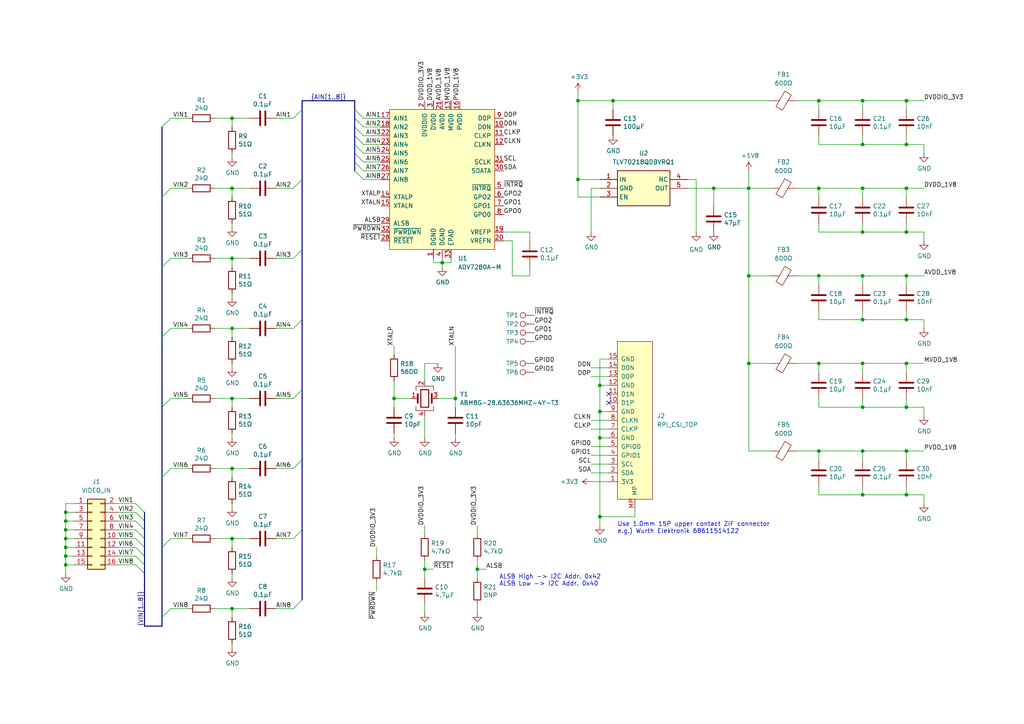
<source format=kicad_sch>
(kicad_sch (version 20250114) (generator "eeschema") (generator_version "9.0")
  (paper "A4")
  (lib_symbols
    (symbol "ADV7280A-M:ADV7280A-M" (pin_names (offset 1.016))
      (property "Reference" "U" (at -13.97 -21.59 0))
      (property "Value" "ADV7280A-M" (at 11.43 -21.59 0))
      (symbol "ADV7280A-M_1_1"
        (pin passive line (at -17.78 17.78 0) (length 2.54) (name "AIN1") (number "17"))
        (pin passive line (at -17.78 15.24 0) (length 2.54) (name "AIN2") (number "18"))
        (pin passive line (at -17.78 12.7 0) (length 2.54) (name "AIN3") (number "22"))
        (pin passive line (at -17.78 10.16 0) (length 2.54) (name "AIN4") (number "23"))
        (pin passive line (at -17.78 7.62 0) (length 2.54) (name "AIN5") (number "24"))
        (pin passive line (at -17.78 5.08 0) (length 2.54) (name "AIN6") (number "25"))
        (pin passive line (at -17.78 2.54 0) (length 2.54) (name "AIN7") (number "26"))
        (pin passive line (at -17.78 0 0) (length 2.54) (name "AIN8") (number "27"))
        (pin passive line (at -17.78 -5.08 0) (length 2.54) (name "XTALP") (number "14"))
        (pin passive line (at -17.78 -7.62 0) (length 2.54) (name "XTALN") (number "15"))
        (pin passive line (at -17.78 -12.7 0) (length 2.54) (name "ALSB") (number "29"))
        (pin passive line (at -17.78 -15.24 0) (length 2.54) (name "~{PWRDWN}") (number "32"))
        (pin passive line (at -17.78 -17.78 0) (length 2.54) (name "~{RESET}") (number "28"))
        (pin passive line (at -5.08 22.86 270) (length 2.54) (name "DVDDIO") (number "2"))
        (pin passive line (at -2.54 22.86 270) (length 2.54) (name "DVDD") (number "3"))
        (pin passive line (at -2.54 -22.86 90) (length 2.54) (name "DGND") (number "1"))
        (pin passive line (at 0 22.86 270) (length 2.54) (name "AVDD") (number "21"))
        (pin passive line (at 0 -22.86 90) (length 2.54) (name "DGND") (number "4"))
        (pin passive line (at 2.54 22.86 270) (length 2.54) (name "MVDD") (number "13"))
        (pin passive line (at 2.54 -22.86 90) (length 2.54) (name "EPAD") (number "33"))
        (pin passive line (at 5.08 22.86 270) (length 2.54) (name "PVDD") (number "16"))
        (pin passive line (at 17.78 17.78 180) (length 2.54) (name "D0P") (number "9"))
        (pin passive line (at 17.78 15.24 180) (length 2.54) (name "D0N") (number "10"))
        (pin passive line (at 17.78 12.7 180) (length 2.54) (name "CLKP") (number "11"))
        (pin passive line (at 17.78 10.16 180) (length 2.54) (name "CLKN") (number "12"))
        (pin passive line (at 17.78 5.08 180) (length 2.54) (name "SCLK") (number "31"))
        (pin passive line (at 17.78 2.54 180) (length 2.54) (name "SDATA") (number "30"))
        (pin passive line (at 17.78 -2.54 180) (length 2.54) (name "~{INTRQ}") (number "5"))
        (pin passive line (at 17.78 -5.08 180) (length 2.54) (name "GPO2") (number "6"))
        (pin passive line (at 17.78 -7.62 180) (length 2.54) (name "GPO1") (number "7"))
        (pin passive line (at 17.78 -10.16 180) (length 2.54) (name "GPO0") (number "8"))
        (pin passive line (at 17.78 -15.24 180) (length 2.54) (name "VREFP") (number "19"))
        (pin passive line (at 17.78 -17.78 180) (length 2.54) (name "VREFN") (number "20"))
      )
    )
    (symbol "Connector:TestPoint" (pin_numbers (hide yes)) (pin_names (offset 0.762) (hide yes))
      (property "Reference" "TP" (at 0 6.858 0))
      (property "Value" "TestPoint" (at 0 5.08 0))
      (symbol "TestPoint_1_1"
        (pin passive line (at 0 0 90) (length 2.54) (name "1") (number "1"))
      )
    )
    (symbol "Connector_Generic:Conn_02x08_Odd_Even" (pin_names (offset 1.016) (hide yes))
      (property "Reference" "J" (at 1.27 10.16 0))
      (property "Value" "Conn_02x08_Odd_Even" (at 1.27 -12.7 0))
      (symbol "Conn_02x08_Odd_Even_1_1"
        (pin passive line (at -5.08 7.62 0) (length 3.81) (name "Pin_1") (number "1"))
        (pin passive line (at -5.08 5.08 0) (length 3.81) (name "Pin_3") (number "3"))
        (pin passive line (at -5.08 2.54 0) (length 3.81) (name "Pin_5") (number "5"))
        (pin passive line (at -5.08 0 0) (length 3.81) (name "Pin_7") (number "7"))
        (pin passive line (at -5.08 -2.54 0) (length 3.81) (name "Pin_9") (number "9"))
        (pin passive line (at -5.08 -5.08 0) (length 3.81) (name "Pin_11") (number "11"))
        (pin passive line (at -5.08 -7.62 0) (length 3.81) (name "Pin_13") (number "13"))
        (pin passive line (at -5.08 -10.16 0) (length 3.81) (name "Pin_15") (number "15"))
        (pin passive line (at 7.62 7.62 180) (length 3.81) (name "Pin_2") (number "2"))
        (pin passive line (at 7.62 5.08 180) (length 3.81) (name "Pin_4") (number "4"))
        (pin passive line (at 7.62 2.54 180) (length 3.81) (name "Pin_6") (number "6"))
        (pin passive line (at 7.62 0 180) (length 3.81) (name "Pin_8") (number "8"))
        (pin passive line (at 7.62 -2.54 180) (length 3.81) (name "Pin_10") (number "10"))
        (pin passive line (at 7.62 -5.08 180) (length 3.81) (name "Pin_12") (number "12"))
        (pin passive line (at 7.62 -7.62 180) (length 3.81) (name "Pin_14") (number "14"))
        (pin passive line (at 7.62 -10.16 180) (length 3.81) (name "Pin_16") (number "16"))
      )
    )
    (symbol "Device:C" (pin_numbers (hide yes)) (pin_names (offset 0.254))
      (property "Reference" "C" (at 0.635 2.54 0))
      (property "Value" "C" (at 0.635 -2.54 0))
      (symbol "C_1_1"
        (pin passive line (at 0 3.81 270) (length 2.794) (name "~") (number "1"))
        (pin passive line (at 0 -3.81 90) (length 2.794) (name "~") (number "2"))
      )
    )
    (symbol "Device:Crystal_GND24" (pin_names (offset 1.016) (hide yes))
      (property "Reference" "Y" (at 3.175 5.08 0))
      (property "Value" "Crystal_GND24" (at 3.175 3.175 0))
      (symbol "Crystal_GND24_1_1"
        (pin passive line (at -3.81 0 0) (length 1.27) (name "1") (number "1"))
        (pin passive line (at 0 5.08 270) (length 1.27) (name "2") (number "2"))
        (pin passive line (at 0 -5.08 90) (length 1.27) (name "4") (number "4"))
        (pin passive line (at 3.81 0 180) (length 1.27) (name "3") (number "3"))
      )
    )
    (symbol "Device:FerriteBead" (pin_numbers (hide yes)) (pin_names (offset 0))
      (property "Reference" "FB" (at -3.81 0.635 90))
      (property "Value" "FerriteBead" (at 3.81 0 90))
      (symbol "FerriteBead_1_1"
        (pin passive line (at 0 3.81 270) (length 2.54) (name "~") (number "1"))
        (pin passive line (at 0 -3.81 90) (length 2.54) (name "~") (number "2"))
      )
    )
    (symbol "Device:R" (pin_numbers (hide yes)) (pin_names (offset 0))
      (property "Reference" "R" (at 2.032 0 90))
      (property "Value" "R" (at 0 0 90))
      (symbol "R_1_1"
        (pin passive line (at 0 3.81 270) (length 1.27) (name "~") (number "1"))
        (pin passive line (at 0 -3.81 90) (length 1.27) (name "~") (number "2"))
      )
    )
    (symbol "GND_1" (power) (pin_numbers (hide yes)) (pin_names (offset 0) (hide yes))
      (property "Value" "GND" (at 0 -3.81 0))
      (symbol "GND_1_1_1"
        (pin power_in line (at 0 0 270) (length 0) (name "~") (number "1"))
      )
    )
    (symbol "RPI_CSI_CONN:RPI_CSI_TOP" (pin_names (offset 1.016))
      (property "Reference" "J" (at -6.35 26.67 0))
      (property "Value" "RPI_CSI_TOP" (at 0 24.13 0))
      (symbol "RPI_CSI_TOP_1_1"
        (pin passive line (at -7.62 17.78 0) (length 2.54) (name "GND") (number "15"))
        (pin passive line (at -7.62 15.24 0) (length 2.54) (name "D0N") (number "14"))
        (pin passive line (at -7.62 12.7 0) (length 2.54) (name "D0P") (number "13"))
        (pin passive line (at -7.62 10.16 0) (length 2.54) (name "GND") (number "12"))
        (pin passive line (at -7.62 7.62 0) (length 2.54) (name "D1N") (number "11"))
        (pin passive line (at -7.62 5.08 0) (length 2.54) (name "D1P") (number "10"))
        (pin passive line (at -7.62 2.54 0) (length 2.54) (name "GND") (number "9"))
        (pin passive line (at -7.62 0 0) (length 2.54) (name "CLKN") (number "8"))
        (pin passive line (at -7.62 -2.54 0) (length 2.54) (name "CLKP") (number "7"))
        (pin passive line (at -7.62 -5.08 0) (length 2.54) (name "GND") (number "6"))
        (pin passive line (at -7.62 -7.62 0) (length 2.54) (name "GPIO0") (number "5"))
        (pin passive line (at -7.62 -10.16 0) (length 2.54) (name "GPIO1") (number "4"))
        (pin passive line (at -7.62 -12.7 0) (length 2.54) (name "SCL") (number "3"))
        (pin passive line (at -7.62 -15.24 0) (length 2.54) (name "SDA") (number "2"))
        (pin passive line (at -7.62 -17.78 0) (length 2.54) (name "3V3") (number "1"))
        (pin passive line (at 0 -25.4 90) (length 2.54) (name "MP") (number "MP"))
      )
    )
    (symbol "TLV70218QDBVRQ1:TLV70218QDBVRQ1"
      (property "Reference" "U" (at 21.59 7.62 0))
      (property "Value" "TLV70218QDBVRQ1" (at 21.59 5.08 0))
      (symbol "TLV70218QDBVRQ1_1_1"
        (pin passive line (at 0 0 0) (length 5.08) (name "IN") (number "1"))
        (pin passive line (at 0 -2.54 0) (length 5.08) (name "GND") (number "2"))
        (pin passive line (at 0 -5.08 0) (length 5.08) (name "EN") (number "3"))
        (pin passive line (at 25.4 0 180) (length 5.08) (name "NC") (number "4"))
        (pin passive line (at 25.4 -2.54 180) (length 5.08) (name "OUT") (number "5"))
      )
    )
    (symbol "power:+1V8" (power) (pin_names (offset 0))
      (property "Value" "+1V8" (at 0 3.556 0))
      (symbol "+1V8_1_1"
        (pin power_in line (at 0 0 90) (length 0) (hide yes) (name "+1V8") (number "1"))
      )
    )
    (symbol "power:+3V3" (power) (pin_names (offset 0))
      (property "Value" "+3V3" (at 0 3.556 0))
      (symbol "+3V3_1_1"
        (pin power_in line (at 0 0 90) (length 0) (hide yes) (name "+3V3") (number "1"))
      )
    )
    (symbol "power:GND" (power) (pin_names (offset 0))
      (property "Value" "GND" (at 0 -3.81 0))
      (symbol "GND_1_1"
        (pin power_in line (at 0 0 270) (length 0) (hide yes) (name "GND") (number "1"))
      )
    )
    (symbol "power:PWR_FLAG" (power) (pin_numbers (hide yes)) (pin_names (offset 0) (hide yes))
      (property "Value" "PWR_FLAG" (at 0 3.81 0))
      (symbol "PWR_FLAG_0_0"
        (pin power_out line (at 0 0 90) (length 0) (name "pwr") (number "1"))
      )
    )
  )
  (text "Use 1.0mm 15P upper contact ZIF connector\ne.g.) Wurth Elektronik 68611514122" (at 179.07 154.94 0) (effects (font (size 1.27 1.27)) (justify left bottom)))
  (text "ALSB High -> I2C Addr. 0x42\nALSB Low -> I2C Addr. 0x40" (at 144.78 170.18 0) (effects (font (size 1.27 1.27)) (justify left bottom)))
  (junction (at 262.89 118.11))
  (junction (at 167.64 52.07))
  (junction (at 250.19 92.71))
  (junction (at 67.31 54.61))
  (junction (at 262.89 41.91))
  (junction (at 67.31 115.57))
  (junction (at 250.19 80.01))
  (junction (at 262.89 105.41))
  (junction (at 262.89 67.31))
  (junction (at 217.17 105.41))
  (junction (at 173.99 119.38))
  (junction (at 237.49 29.21))
  (junction (at 132.08 115.57))
  (junction (at 237.49 80.01))
  (junction (at 250.19 54.61))
  (junction (at 250.19 67.31))
  (junction (at 19.05 148.59))
  (junction (at 250.19 118.11))
  (junction (at 19.05 156.21))
  (junction (at 114.3 115.57))
  (junction (at 250.19 105.41))
  (junction (at 262.89 29.21))
  (junction (at 67.31 34.29))
  (junction (at 250.19 41.91))
  (junction (at 177.8 29.21))
  (junction (at 262.89 143.51))
  (junction (at 217.17 54.61))
  (junction (at 250.19 143.51))
  (junction (at 173.99 111.76))
  (junction (at 262.89 92.71))
  (junction (at 67.31 176.53))
  (junction (at 237.49 130.81))
  (junction (at 207.01 54.61))
  (junction (at 19.05 153.67))
  (junction (at 19.05 161.29))
  (junction (at 19.05 151.13))
  (junction (at 67.31 74.93))
  (junction (at 250.19 29.21))
  (junction (at 19.05 158.75))
  (junction (at 19.05 163.83))
  (junction (at 173.99 127))
  (junction (at 67.31 135.89))
  (junction (at 217.17 80.01))
  (junction (at 173.99 149.86))
  (junction (at 250.19 130.81))
  (junction (at 237.49 54.61))
  (junction (at 262.89 80.01))
  (junction (at 262.89 130.81))
  (junction (at 237.49 105.41))
  (junction (at 128.27 76.2))
  (junction (at 262.89 54.61))
  (junction (at 123.19 165.1))
  (junction (at 167.64 29.21))
  (junction (at 67.31 95.25))
  (junction (at 67.31 156.21))
  (junction (at 138.43 165.1))
  (no_connect (at 176.53 114.3))
  (no_connect (at 176.53 116.84))
  (bus_entry (at 85.09 135.89) (size 2.54 -2.54))
  (bus_entry (at 85.09 156.21) (size 2.54 -2.54))
  (bus_entry (at 85.09 74.93) (size 2.54 -2.54))
  (bus_entry (at 49.53 74.93) (size -2.54 2.54))
  (bus_entry (at 85.09 176.53) (size 2.54 -2.54))
  (bus_entry (at 49.53 95.25) (size -2.54 2.54))
  (bus_entry (at 49.53 176.53) (size -2.54 2.54))
  (bus_entry (at 85.09 115.57) (size 2.54 -2.54))
  (bus_entry (at 49.53 115.57) (size -2.54 2.54))
  (bus_entry (at 85.09 95.25) (size 2.54 -2.54))
  (bus_entry (at 49.53 135.89) (size -2.54 2.54))
  (bus_entry (at 39.37 163.83) (size 2.54 2.54))
  (bus_entry (at 39.37 158.75) (size 2.54 2.54))
  (bus_entry (at 39.37 161.29) (size 2.54 2.54))
  (bus_entry (at 39.37 156.21) (size 2.54 2.54))
  (bus_entry (at 39.37 153.67) (size 2.54 2.54))
  (bus_entry (at 39.37 148.59) (size 2.54 2.54))
  (bus_entry (at 39.37 151.13) (size 2.54 2.54))
  (bus_entry (at 39.37 146.05) (size 2.54 2.54))
  (bus_entry (at 85.09 54.61) (size 2.54 -2.54))
  (bus_entry (at 49.53 54.61) (size -2.54 2.54))
  (bus_entry (at 49.53 34.29) (size -2.54 2.54))
  (bus_entry (at 85.09 34.29) (size 2.54 -2.54))
  (bus_entry (at 49.53 156.21) (size -2.54 2.54))
  (bus_entry (at 102.87 39.37) (size 2.54 2.54))
  (bus_entry (at 102.87 36.83) (size 2.54 2.54))
  (bus_entry (at 102.87 34.29) (size 2.54 2.54))
  (bus_entry (at 102.87 31.75) (size 2.54 2.54))
  (bus_entry (at 102.87 46.99) (size 2.54 2.54))
  (bus_entry (at 102.87 41.91) (size 2.54 2.54))
  (bus_entry (at 102.87 44.45) (size 2.54 2.54))
  (bus_entry (at 102.87 49.53) (size 2.54 2.54))
  (wire (pts (xy 123.19 165.1) (xy 125.73 165.1)))
  (bus (pts (xy 87.63 29.21) (xy 87.63 31.75)))
  (wire (pts (xy 237.49 39.37) (xy 237.49 41.91)))
  (wire (pts (xy 21.59 146.05) (xy 19.05 146.05)))
  (wire (pts (xy 167.64 26.67) (xy 167.64 29.21)))
  (wire (pts (xy 250.19 130.81) (xy 250.19 133.35)))
  (wire (pts (xy 250.19 67.31) (xy 262.89 67.31)))
  (wire (pts (xy 267.97 54.61) (xy 262.89 54.61)))
  (wire (pts (xy 250.19 39.37) (xy 250.19 41.91)))
  (wire (pts (xy 105.41 34.29) (xy 110.49 34.29)))
  (wire (pts (xy 19.05 146.05) (xy 19.05 148.59)))
  (wire (pts (xy 177.8 29.21) (xy 223.52 29.21)))
  (wire (pts (xy 114.3 125.73) (xy 114.3 127)))
  (wire (pts (xy 217.17 49.53) (xy 217.17 54.61)))
  (wire (pts (xy 67.31 54.61) (xy 72.39 54.61)))
  (wire (pts (xy 262.89 54.61) (xy 262.89 57.15)))
  (wire (pts (xy 217.17 80.01) (xy 223.52 80.01)))
  (wire (pts (xy 231.14 80.01) (xy 237.49 80.01)))
  (wire (pts (xy 62.23 74.93) (xy 67.31 74.93)))
  (wire (pts (xy 262.89 92.71) (xy 267.97 92.71)))
  (wire (pts (xy 105.41 52.07) (xy 110.49 52.07)))
  (wire (pts (xy 176.53 127) (xy 173.99 127)))
  (wire (pts (xy 262.89 29.21) (xy 262.89 31.75)))
  (wire (pts (xy 67.31 85.09) (xy 67.31 86.36)))
  (wire (pts (xy 250.19 54.61) (xy 250.19 57.15)))
  (wire (pts (xy 123.19 105.41) (xy 123.19 110.49)))
  (wire (pts (xy 171.45 121.92) (xy 176.53 121.92)))
  (wire (pts (xy 19.05 161.29) (xy 19.05 163.83)))
  (wire (pts (xy 262.89 105.41) (xy 262.89 107.95)))
  (wire (pts (xy 67.31 44.45) (xy 67.31 45.72)))
  (wire (pts (xy 34.29 151.13) (xy 39.37 151.13)))
  (wire (pts (xy 262.89 41.91) (xy 267.97 41.91)))
  (wire (pts (xy 67.31 34.29) (xy 72.39 34.29)))
  (wire (pts (xy 80.01 74.93) (xy 85.09 74.93)))
  (wire (pts (xy 67.31 135.89) (xy 72.39 135.89)))
  (wire (pts (xy 67.31 176.53) (xy 72.39 176.53)))
  (wire (pts (xy 138.43 162.56) (xy 138.43 165.1)))
  (bus (pts (xy 87.63 92.71) (xy 87.63 113.03)))
  (bus (pts (xy 41.91 161.29) (xy 41.91 163.83)))
  (wire (pts (xy 217.17 54.61) (xy 223.52 54.61)))
  (wire (pts (xy 167.64 52.07) (xy 173.99 52.07)))
  (wire (pts (xy 173.99 57.15) (xy 167.64 57.15)))
  (bus (pts (xy 41.91 166.37) (xy 41.91 181.61)))
  (wire (pts (xy 138.43 152.4) (xy 138.43 154.94)))
  (wire (pts (xy 237.49 90.17) (xy 237.49 92.71)))
  (wire (pts (xy 123.19 162.56) (xy 123.19 165.1)))
  (wire (pts (xy 217.17 80.01) (xy 217.17 105.41)))
  (wire (pts (xy 250.19 130.81) (xy 237.49 130.81)))
  (bus (pts (xy 41.91 156.21) (xy 41.91 158.75)))
  (wire (pts (xy 237.49 67.31) (xy 250.19 67.31)))
  (wire (pts (xy 267.97 130.81) (xy 262.89 130.81)))
  (wire (pts (xy 67.31 64.77) (xy 67.31 66.04)))
  (wire (pts (xy 237.49 115.57) (xy 237.49 118.11)))
  (wire (pts (xy 171.45 129.54) (xy 176.53 129.54)))
  (wire (pts (xy 105.41 39.37) (xy 110.49 39.37)))
  (wire (pts (xy 67.31 156.21) (xy 72.39 156.21)))
  (wire (pts (xy 80.01 54.61) (xy 85.09 54.61)))
  (wire (pts (xy 123.19 120.65) (xy 123.19 127)))
  (wire (pts (xy 132.08 115.57) (xy 132.08 118.11)))
  (bus (pts (xy 102.87 44.45) (xy 102.87 41.91)))
  (wire (pts (xy 19.05 148.59) (xy 19.05 151.13)))
  (wire (pts (xy 171.45 54.61) (xy 173.99 54.61)))
  (wire (pts (xy 123.19 175.26) (xy 123.19 177.8)))
  (wire (pts (xy 237.49 118.11) (xy 250.19 118.11)))
  (wire (pts (xy 67.31 158.75) (xy 67.31 156.21)))
  (wire (pts (xy 146.05 69.85) (xy 148.59 69.85)))
  (bus (pts (xy 87.63 72.39) (xy 87.63 92.71)))
  (wire (pts (xy 237.49 105.41) (xy 237.49 107.95)))
  (wire (pts (xy 267.97 105.41) (xy 262.89 105.41)))
  (wire (pts (xy 173.99 149.86) (xy 173.99 152.4)))
  (wire (pts (xy 262.89 118.11) (xy 267.97 118.11)))
  (wire (pts (xy 250.19 143.51) (xy 262.89 143.51)))
  (bus (pts (xy 102.87 39.37) (xy 102.87 36.83)))
  (wire (pts (xy 62.23 34.29) (xy 67.31 34.29)))
  (wire (pts (xy 184.15 149.86) (xy 184.15 147.32)))
  (wire (pts (xy 237.49 64.77) (xy 237.49 67.31)))
  (wire (pts (xy 114.3 115.57) (xy 114.3 118.11)))
  (wire (pts (xy 105.41 41.91) (xy 110.49 41.91)))
  (wire (pts (xy 109.22 171.45) (xy 109.22 168.91)))
  (wire (pts (xy 207.01 54.61) (xy 207.01 59.69)))
  (wire (pts (xy 167.64 29.21) (xy 177.8 29.21)))
  (wire (pts (xy 105.41 36.83) (xy 110.49 36.83)))
  (wire (pts (xy 262.89 67.31) (xy 267.97 67.31)))
  (wire (pts (xy 262.89 130.81) (xy 250.19 130.81)))
  (wire (pts (xy 148.59 80.01) (xy 153.67 80.01)))
  (wire (pts (xy 262.89 143.51) (xy 267.97 143.51)))
  (wire (pts (xy 80.01 34.29) (xy 85.09 34.29)))
  (wire (pts (xy 67.31 57.15) (xy 67.31 54.61)))
  (wire (pts (xy 171.45 132.08) (xy 176.53 132.08)))
  (wire (pts (xy 132.08 125.73) (xy 132.08 127)))
  (wire (pts (xy 262.89 140.97) (xy 262.89 143.51)))
  (wire (pts (xy 125.73 74.93) (xy 125.73 76.2)))
  (wire (pts (xy 267.97 143.51) (xy 267.97 146.05)))
  (wire (pts (xy 217.17 105.41) (xy 217.17 130.81)))
  (wire (pts (xy 250.19 115.57) (xy 250.19 118.11)))
  (wire (pts (xy 262.89 39.37) (xy 262.89 41.91)))
  (wire (pts (xy 171.45 106.68) (xy 176.53 106.68)))
  (wire (pts (xy 67.31 77.47) (xy 67.31 74.93)))
  (wire (pts (xy 173.99 127) (xy 173.99 149.86)))
  (wire (pts (xy 262.89 115.57) (xy 262.89 118.11)))
  (wire (pts (xy 49.53 156.21) (xy 54.61 156.21)))
  (wire (pts (xy 34.29 148.59) (xy 39.37 148.59)))
  (wire (pts (xy 67.31 36.83) (xy 67.31 34.29)))
  (wire (pts (xy 19.05 153.67) (xy 19.05 156.21)))
  (wire (pts (xy 49.53 74.93) (xy 54.61 74.93)))
  (wire (pts (xy 267.97 118.11) (xy 267.97 120.65)))
  (wire (pts (xy 171.45 54.61) (xy 171.45 67.31)))
  (wire (pts (xy 62.23 176.53) (xy 67.31 176.53)))
  (wire (pts (xy 67.31 146.05) (xy 67.31 147.32)))
  (bus (pts (xy 87.63 31.75) (xy 87.63 52.07)))
  (wire (pts (xy 138.43 165.1) (xy 138.43 167.64)))
  (bus (pts (xy 102.87 41.91) (xy 102.87 39.37)))
  (wire (pts (xy 250.19 90.17) (xy 250.19 92.71)))
  (wire (pts (xy 67.31 74.93) (xy 72.39 74.93)))
  (wire (pts (xy 176.53 119.38) (xy 173.99 119.38)))
  (wire (pts (xy 67.31 115.57) (xy 72.39 115.57)))
  (wire (pts (xy 176.53 104.14) (xy 173.99 104.14)))
  (wire (pts (xy 49.53 176.53) (xy 54.61 176.53)))
  (wire (pts (xy 173.99 111.76) (xy 173.99 119.38)))
  (wire (pts (xy 62.23 135.89) (xy 67.31 135.89)))
  (bus (pts (xy 41.91 153.67) (xy 41.91 156.21)))
  (wire (pts (xy 49.53 135.89) (xy 54.61 135.89)))
  (wire (pts (xy 127 105.41) (xy 123.19 105.41)))
  (wire (pts (xy 80.01 156.21) (xy 85.09 156.21)))
  (wire (pts (xy 250.19 29.21) (xy 237.49 29.21)))
  (wire (pts (xy 237.49 80.01) (xy 237.49 82.55)))
  (wire (pts (xy 49.53 54.61) (xy 54.61 54.61)))
  (wire (pts (xy 167.64 57.15) (xy 167.64 52.07)))
  (bus (pts (xy 46.99 158.75) (xy 46.99 179.07)))
  (wire (pts (xy 207.01 54.61) (xy 217.17 54.61)))
  (wire (pts (xy 34.29 146.05) (xy 39.37 146.05)))
  (wire (pts (xy 231.14 130.81) (xy 237.49 130.81)))
  (wire (pts (xy 80.01 115.57) (xy 85.09 115.57)))
  (wire (pts (xy 62.23 156.21) (xy 67.31 156.21)))
  (wire (pts (xy 21.59 161.29) (xy 19.05 161.29)))
  (wire (pts (xy 262.89 64.77) (xy 262.89 67.31)))
  (wire (pts (xy 67.31 179.07) (xy 67.31 176.53)))
  (bus (pts (xy 102.87 49.53) (xy 102.87 46.99)))
  (wire (pts (xy 250.19 29.21) (xy 250.19 31.75)))
  (wire (pts (xy 250.19 92.71) (xy 262.89 92.71)))
  (bus (pts (xy 87.63 52.07) (xy 87.63 72.39)))
  (wire (pts (xy 199.39 52.07) (xy 201.93 52.07)))
  (wire (pts (xy 171.45 137.16) (xy 176.53 137.16)))
  (wire (pts (xy 237.49 92.71) (xy 250.19 92.71)))
  (wire (pts (xy 19.05 158.75) (xy 19.05 161.29)))
  (wire (pts (xy 262.89 105.41) (xy 250.19 105.41)))
  (wire (pts (xy 62.23 54.61) (xy 67.31 54.61)))
  (wire (pts (xy 262.89 80.01) (xy 250.19 80.01)))
  (wire (pts (xy 237.49 143.51) (xy 250.19 143.51)))
  (wire (pts (xy 199.39 54.61) (xy 207.01 54.61)))
  (wire (pts (xy 250.19 140.97) (xy 250.19 143.51)))
  (wire (pts (xy 67.31 125.73) (xy 67.31 127)))
  (wire (pts (xy 128.27 76.2) (xy 128.27 77.47)))
  (wire (pts (xy 176.53 111.76) (xy 173.99 111.76)))
  (wire (pts (xy 123.19 165.1) (xy 123.19 167.64)))
  (wire (pts (xy 237.49 54.61) (xy 237.49 57.15)))
  (wire (pts (xy 21.59 156.21) (xy 19.05 156.21)))
  (wire (pts (xy 184.15 149.86) (xy 173.99 149.86)))
  (bus (pts (xy 46.99 36.83) (xy 46.99 57.15)))
  (wire (pts (xy 132.08 100.33) (xy 132.08 115.57)))
  (wire (pts (xy 67.31 95.25) (xy 72.39 95.25)))
  (wire (pts (xy 267.97 67.31) (xy 267.97 69.85)))
  (bus (pts (xy 46.99 179.07) (xy 46.99 181.61)))
  (wire (pts (xy 262.89 90.17) (xy 262.89 92.71)))
  (wire (pts (xy 267.97 80.01) (xy 262.89 80.01)))
  (wire (pts (xy 153.67 69.85) (xy 153.67 67.31)))
  (wire (pts (xy 167.64 52.07) (xy 167.64 29.21)))
  (wire (pts (xy 176.53 139.7) (xy 171.45 139.7)))
  (wire (pts (xy 49.53 95.25) (xy 54.61 95.25)))
  (bus (pts (xy 46.99 77.47) (xy 46.99 97.79)))
  (wire (pts (xy 262.89 29.21) (xy 250.19 29.21)))
  (bus (pts (xy 41.91 163.83) (xy 41.91 166.37)))
  (wire (pts (xy 237.49 41.91) (xy 250.19 41.91)))
  (wire (pts (xy 49.53 34.29) (xy 54.61 34.29)))
  (wire (pts (xy 34.29 163.83) (xy 39.37 163.83)))
  (wire (pts (xy 138.43 165.1) (xy 140.97 165.1)))
  (wire (pts (xy 128.27 76.2) (xy 130.81 76.2)))
  (wire (pts (xy 237.49 130.81) (xy 237.49 133.35)))
  (wire (pts (xy 173.99 119.38) (xy 173.99 127)))
  (wire (pts (xy 80.01 135.89) (xy 85.09 135.89)))
  (bus (pts (xy 102.87 29.21) (xy 102.87 31.75)))
  (wire (pts (xy 231.14 54.61) (xy 237.49 54.61)))
  (wire (pts (xy 217.17 130.81) (xy 223.52 130.81)))
  (wire (pts (xy 148.59 69.85) (xy 148.59 80.01)))
  (wire (pts (xy 262.89 54.61) (xy 250.19 54.61)))
  (bus (pts (xy 46.99 138.43) (xy 46.99 158.75)))
  (wire (pts (xy 250.19 41.91) (xy 262.89 41.91)))
  (bus (pts (xy 46.99 118.11) (xy 46.99 138.43)))
  (wire (pts (xy 67.31 105.41) (xy 67.31 106.68)))
  (bus (pts (xy 102.87 36.83) (xy 102.87 34.29)))
  (wire (pts (xy 171.45 134.62) (xy 176.53 134.62)))
  (wire (pts (xy 237.49 140.97) (xy 237.49 143.51)))
  (wire (pts (xy 173.99 104.14) (xy 173.99 111.76)))
  (wire (pts (xy 67.31 166.37) (xy 67.31 167.64)))
  (wire (pts (xy 177.8 29.21) (xy 177.8 31.75)))
  (wire (pts (xy 67.31 138.43) (xy 67.31 135.89)))
  (wire (pts (xy 114.3 100.33) (xy 114.3 102.87)))
  (wire (pts (xy 250.19 54.61) (xy 237.49 54.61)))
  (bus (pts (xy 102.87 34.29) (xy 102.87 31.75)))
  (wire (pts (xy 138.43 175.26) (xy 138.43 177.8)))
  (wire (pts (xy 19.05 163.83) (xy 19.05 166.37)))
  (wire (pts (xy 217.17 105.41) (xy 223.52 105.41)))
  (bus (pts (xy 41.91 181.61) (xy 46.99 181.61)))
  (wire (pts (xy 250.19 80.01) (xy 237.49 80.01)))
  (wire (pts (xy 153.67 80.01) (xy 153.67 77.47)))
  (bus (pts (xy 41.91 148.59) (xy 41.91 151.13)))
  (wire (pts (xy 128.27 74.93) (xy 128.27 76.2)))
  (wire (pts (xy 34.29 156.21) (xy 39.37 156.21)))
  (wire (pts (xy 250.19 105.41) (xy 250.19 107.95)))
  (bus (pts (xy 87.63 113.03) (xy 87.63 133.35)))
  (wire (pts (xy 125.73 76.2) (xy 128.27 76.2)))
  (wire (pts (xy 62.23 95.25) (xy 67.31 95.25)))
  (wire (pts (xy 250.19 80.01) (xy 250.19 82.55)))
  (bus (pts (xy 87.63 29.21) (xy 102.87 29.21)))
  (wire (pts (xy 250.19 105.41) (xy 237.49 105.41)))
  (wire (pts (xy 250.19 118.11) (xy 262.89 118.11)))
  (wire (pts (xy 250.19 64.77) (xy 250.19 67.31)))
  (wire (pts (xy 19.05 151.13) (xy 19.05 153.67)))
  (wire (pts (xy 21.59 158.75) (xy 19.05 158.75)))
  (wire (pts (xy 105.41 44.45) (xy 110.49 44.45)))
  (wire (pts (xy 267.97 29.21) (xy 262.89 29.21)))
  (wire (pts (xy 127 115.57) (xy 132.08 115.57)))
  (wire (pts (xy 80.01 176.53) (xy 85.09 176.53)))
  (wire (pts (xy 262.89 80.01) (xy 262.89 82.55)))
  (wire (pts (xy 80.01 95.25) (xy 85.09 95.25)))
  (wire (pts (xy 67.31 186.69) (xy 67.31 187.96)))
  (wire (pts (xy 62.23 115.57) (xy 67.31 115.57)))
  (bus (pts (xy 46.99 97.79) (xy 46.99 118.11)))
  (wire (pts (xy 67.31 97.79) (xy 67.31 95.25)))
  (wire (pts (xy 262.89 130.81) (xy 262.89 133.35)))
  (wire (pts (xy 49.53 115.57) (xy 54.61 115.57)))
  (wire (pts (xy 171.45 109.22) (xy 176.53 109.22)))
  (wire (pts (xy 114.3 115.57) (xy 119.38 115.57)))
  (wire (pts (xy 123.19 152.4) (xy 123.19 154.94)))
  (wire (pts (xy 231.14 105.41) (xy 237.49 105.41)))
  (wire (pts (xy 34.29 158.75) (xy 39.37 158.75)))
  (wire (pts (xy 67.31 118.11) (xy 67.31 115.57)))
  (bus (pts (xy 102.87 46.99) (xy 102.87 44.45)))
  (bus (pts (xy 87.63 133.35) (xy 87.63 153.67)))
  (wire (pts (xy 105.41 46.99) (xy 110.49 46.99)))
  (bus (pts (xy 41.91 151.13) (xy 41.91 153.67)))
  (wire (pts (xy 237.49 29.21) (xy 237.49 31.75)))
  (wire (pts (xy 267.97 41.91) (xy 267.97 44.45)))
  (wire (pts (xy 130.81 76.2) (xy 130.81 74.93)))
  (wire (pts (xy 109.22 158.75) (xy 109.22 161.29)))
  (wire (pts (xy 171.45 124.46) (xy 176.53 124.46)))
  (wire (pts (xy 267.97 92.71) (xy 267.97 95.25)))
  (wire (pts (xy 34.29 153.67) (xy 39.37 153.67)))
  (wire (pts (xy 231.14 29.21) (xy 237.49 29.21)))
  (wire (pts (xy 19.05 156.21) (xy 19.05 158.75)))
  (wire (pts (xy 21.59 163.83) (xy 19.05 163.83)))
  (bus (pts (xy 46.99 57.15) (xy 46.99 77.47)))
  (bus (pts (xy 41.91 158.75) (xy 41.91 161.29)))
  (wire (pts (xy 114.3 110.49) (xy 114.3 115.57)))
  (wire (pts (xy 21.59 153.67) (xy 19.05 153.67)))
  (wire (pts (xy 21.59 151.13) (xy 19.05 151.13)))
  (wire (pts (xy 153.67 67.31) (xy 146.05 67.31)))
  (wire (pts (xy 105.41 49.53) (xy 110.49 49.53)))
  (bus (pts (xy 87.63 153.67) (xy 87.63 173.99)))
  (wire (pts (xy 201.93 52.07) (xy 201.93 67.31)))
  (wire (pts (xy 34.29 161.29) (xy 39.37 161.29)))
  (wire (pts (xy 217.17 54.61) (xy 217.17 80.01)))
  (wire (pts (xy 21.59 148.59) (xy 19.05 148.59)))
  (label "VIN2" (at 34.29 148.59 0))
  (label "AIN3" (at 110.49 39.37 180))
  (label "SDA" (at 146.05 49.53 0))
  (label "AIN5" (at 110.49 44.45 180))
  (label "ALSB" (at 140.97 165.1 0))
  (label "~{RESET}" (at 125.73 165.1 0))
  (label "GPIO1" (at 154.94 107.95 0))
  (label "AIN1" (at 110.49 34.29 180))
  (label "AVDD_1V8" (at 128.27 29.21 90))
  (label "D0N" (at 146.05 36.83 0))
  (label "SCL" (at 171.45 134.62 180))
  (label "VIN1" (at 54.61 34.29 180))
  (label "DVDD_1V8" (at 267.97 54.61 0))
  (label "ALSB" (at 110.49 64.77 180))
  (label "CLKP" (at 146.05 39.37 0))
  (label "VIN4" (at 54.61 95.25 180))
  (label "DVDDIO_3V3" (at 123.19 29.21 90))
  (label "GPO0" (at 146.05 62.23 0))
  (label "VIN6" (at 34.29 158.75 0))
  (label "VIN5" (at 54.61 115.57 180))
  (label "~{INTRQ}" (at 154.94 91.44 0))
  (label "CLKN" (at 146.05 41.91 0))
  (label "AIN2" (at 80.01 54.61 0))
  (label "GPO2" (at 146.05 57.15 0))
  (label "AVDD_1V8" (at 267.97 80.01 0))
  (label "DVDDIO_3V3" (at 138.43 152.4 90))
  (label "GPIO1" (at 171.45 132.08 180))
  (label "DVDDIO_3V3" (at 109.22 158.75 90))
  (label "VIN8" (at 34.29 163.83 0))
  (label "VIN6" (at 54.61 135.89 180))
  (label "MVDD_1V8" (at 267.97 105.41 0))
  (label "CLKN" (at 171.45 121.92 180))
  (label "~{RESET}" (at 110.49 69.85 180))
  (label "VIN3" (at 54.61 74.93 180))
  (label "~{PWRDWN}" (at 110.49 67.31 180))
  (label "GPIO0" (at 154.94 105.41 0))
  (label "VIN3" (at 34.29 151.13 0))
  (label "AIN3" (at 80.01 74.93 0))
  (label "GPO0" (at 154.94 99.06 0))
  (label "AIN2" (at 110.49 36.83 180))
  (label "VIN2" (at 54.61 54.61 180))
  (label "VIN8" (at 54.61 176.53 180))
  (label "SCL" (at 146.05 46.99 0))
  (label "AIN7" (at 80.01 156.21 0))
  (label "VIN5" (at 34.29 156.21 0))
  (label "VIN7" (at 34.29 161.29 0))
  (label "XTALN" (at 132.08 100.33 90))
  (label "AIN4" (at 110.49 41.91 180))
  (label "VIN4" (at 34.29 153.67 0))
  (label "AIN1" (at 80.01 34.29 0))
  (label "DVDDIO_3V3" (at 267.97 29.21 0))
  (label "CLKP" (at 171.45 124.46 180))
  (label "DVDDIO_3V3" (at 123.19 152.4 90))
  (label "XTALN" (at 110.49 59.69 180))
  (label "AIN4" (at 80.01 95.25 0))
  (label "PVDD_1V8" (at 267.97 130.81 0))
  (label "AIN6" (at 110.49 46.99 180))
  (label "AIN7" (at 110.49 49.53 180))
  (label "SDA" (at 171.45 137.16 180))
  (label "D0P" (at 146.05 34.29 0))
  (label "~{PWRDWN}" (at 109.22 171.45 270))
  (label "DVDD_1V8" (at 125.73 29.21 90))
  (label "MVDD_1V8" (at 130.81 29.21 90))
  (label "{VIN[1..8]}" (at 41.91 181.61 90))
  (label "VIN7" (at 54.61 156.21 180))
  (label "AIN8" (at 110.49 52.07 180))
  (label "XTALP" (at 114.3 100.33 90))
  (label "GPO1" (at 154.94 96.52 0))
  (label "GPO1" (at 146.05 59.69 0))
  (label "VIN1" (at 34.29 146.05 0))
  (label "AIN8" (at 80.01 176.53 0))
  (label "{AIN[1..8]}" (at 90.17 29.21 0))
  (label "D0N" (at 171.45 106.68 180))
  (label "PVDD_1V8" (at 133.35 29.21 90))
  (label "XTALP" (at 110.49 57.15 180))
  (label "~{INTRQ}" (at 146.05 54.61 0))
  (label "AIN5" (at 80.01 115.57 0))
  (label "GPIO0" (at 171.45 129.54 180))
  (label "GPO2" (at 154.94 93.98 0))
  (label "D0P" (at 171.45 109.22 180))
  (label "AIN6" (at 80.01 135.89 0))
  (symbol (lib_id "Device:Crystal_GND24") (at 123.19 115.57 0) (unit 1)
    (property "Reference" "Y1" (at 133.35 114.3 0) (effects (justify left)))
    (property "Value" "ABM8G-28.63636MHZ-4Y-T3" (at 133.35 116.84 0) (effects (justify left)))
    (property "Footprint" "Crystal:Crystal_SMD_3225-4Pin_3.2x2.5mm" (effects (hide yes)))
  )
  (symbol (lib_id "Device:R") (at 138.43 158.75 180) (unit 1)
    (property "Reference" "R20" (at 140.208 157.5816 0) (effects (justify right)))
    (property "Value" "4.7kΩ" (at 140.208 159.893 0) (effects (justify right)))
    (property "Footprint" "Resistor_SMD:R_0402_1005Metric" (effects (hide yes)))
  )
  (symbol (lib_id "Device:R") (at 138.43 171.45 180) (unit 1)
    (property "Reference" "R21" (at 140.208 170.2816 0) (effects (justify right)))
    (property "Value" "DNP" (at 140.208 172.593 0) (effects (justify right)))
    (property "Footprint" "Resistor_SMD:R_0402_1005Metric" (effects (hide yes)))
  )
  (symbol (lib_id "power:GND") (at 138.43 177.8 0) (unit 1)
    (property "Reference" "#PWR016" (effects (hide yes)))
    (property "Value" "GND" (at 138.557 182.1942 0))
  )
  (symbol (lib_id "Device:R") (at 109.22 165.1 180) (unit 1)
    (property "Reference" "R17" (at 110.998 163.9316 0) (effects (justify right)))
    (property "Value" "4.7kΩ" (at 110.998 166.243 0) (effects (justify right)))
    (property "Footprint" "Resistor_SMD:R_0402_1005Metric" (effects (hide yes)))
  )
  (symbol (lib_id "Device:R") (at 123.19 158.75 180) (unit 1)
    (property "Reference" "R19" (at 124.968 157.5816 0) (effects (justify right)))
    (property "Value" "4.7kΩ" (at 124.968 159.893 0) (effects (justify right)))
    (property "Footprint" "Resistor_SMD:R_0402_1005Metric" (effects (hide yes)))
  )
  (symbol (lib_id "power:GND") (at 173.99 152.4 0) (unit 1)
    (property "Reference" "#PWR019" (effects (hide yes)))
    (property "Value" "GND" (at 174.117 156.7942 0))
  )
  (symbol (lib_id "Device:C") (at 123.19 171.45 0) (unit 1)
    (property "Reference" "C10" (at 126.111 170.2816 0) (effects (justify left)))
    (property "Value" "4.7μF" (at 126.111 172.593 0) (effects (justify left)))
    (property "Footprint" "Capacitor_SMD:C_0402_1005Metric" (effects (hide yes)))
  )
  (symbol (lib_id "power:GND") (at 123.19 177.8 0) (unit 1)
    (property "Reference" "#PWR012" (effects (hide yes)))
    (property "Value" "GND" (at 123.317 182.1942 0))
  )
  (symbol (lib_id "power:GND") (at 128.27 77.47 0) (unit 1)
    (property "Reference" "#PWR014" (effects (hide yes)))
    (property "Value" "GND" (at 128.397 81.8642 0))
  )
  (symbol (lib_id "power:+3V3") (at 171.45 139.7 90) (unit 1)
    (property "Reference" "#PWR018" (effects (hide yes)))
    (property "Value" "+3V3" (at 165.1 139.7 90))
  )
  (symbol (lib_id "Device:C") (at 76.2 34.29 270) (unit 1)
    (property "Reference" "C1" (at 76.2 27.8892 90))
    (property "Value" "0.1μF" (at 76.2 30.2006 90))
    (property "Footprint" "Capacitor_SMD:C_0402_1005Metric" (effects (hide yes)))
  )
  (symbol (lib_id "Device:R") (at 58.42 34.29 270) (unit 1)
    (property "Reference" "R1" (at 58.42 29.0322 90))
    (property "Value" "24Ω" (at 58.42 31.3436 90))
    (property "Footprint" "Resistor_SMD:R_0402_1005Metric" (effects (hide yes)))
  )
  (symbol (lib_id "Device:R") (at 67.31 40.64 180) (unit 1)
    (property "Reference" "R9" (at 69.088 39.4716 0) (effects (justify right)))
    (property "Value" "51Ω" (at 69.088 41.783 0) (effects (justify right)))
    (property "Footprint" "Resistor_SMD:R_0402_1005Metric" (effects (hide yes)))
  )
  (symbol (lib_id "Device:C") (at 250.19 35.56 0) (unit 1)
    (property "Reference" "C21" (at 253.111 34.3916 0) (effects (justify left)))
    (property "Value" "0.1μF" (at 253.111 36.703 0) (effects (justify left)))
    (property "Footprint" "Capacitor_SMD:C_0402_1005Metric" (effects (hide yes)))
  )
  (symbol (lib_id "Device:C") (at 262.89 35.56 0) (unit 1)
    (property "Reference" "C26" (at 265.811 34.3916 0) (effects (justify left)))
    (property "Value" "10nF" (at 265.811 36.703 0) (effects (justify left)))
    (property "Footprint" "Capacitor_SMD:C_0402_1005Metric" (effects (hide yes)))
  )
  (symbol (lib_id "power:GND") (at 267.97 44.45 0) (unit 1)
    (property "Reference" "#PWR025" (effects (hide yes)))
    (property "Value" "GND" (at 268.097 48.8442 0))
  )
  (symbol (lib_id "Device:C") (at 237.49 35.56 0) (unit 1)
    (property "Reference" "C16" (at 240.411 34.3916 0) (effects (justify left)))
    (property "Value" "10μF" (at 240.411 36.703 0) (effects (justify left)))
    (property "Footprint" "Capacitor_SMD:C_0402_1005Metric" (effects (hide yes)))
  )
  (symbol (lib_id "Device:C") (at 250.19 60.96 0) (unit 1)
    (property "Reference" "C22" (at 253.111 59.7916 0) (effects (justify left)))
    (property "Value" "0.1μF" (at 253.111 62.103 0) (effects (justify left)))
    (property "Footprint" "Capacitor_SMD:C_0402_1005Metric" (effects (hide yes)))
  )
  (symbol (lib_id "Device:C") (at 262.89 60.96 0) (unit 1)
    (property "Reference" "C27" (at 265.811 59.7916 0) (effects (justify left)))
    (property "Value" "10nF" (at 265.811 62.103 0) (effects (justify left)))
    (property "Footprint" "Capacitor_SMD:C_0402_1005Metric" (effects (hide yes)))
  )
  (symbol (lib_id "power:GND") (at 267.97 69.85 0) (unit 1)
    (property "Reference" "#PWR026" (effects (hide yes)))
    (property "Value" "GND" (at 268.097 74.2442 0))
  )
  (symbol (lib_id "Device:C") (at 237.49 60.96 0) (unit 1)
    (property "Reference" "C17" (at 240.411 59.7916 0) (effects (justify left)))
    (property "Value" "10μF" (at 240.411 62.103 0) (effects (justify left)))
    (property "Footprint" "Capacitor_SMD:C_0402_1005Metric" (effects (hide yes)))
  )
  (symbol (lib_id "Device:C") (at 250.19 86.36 0) (unit 1)
    (property "Reference" "C23" (at 253.111 85.1916 0) (effects (justify left)))
    (property "Value" "0.1μF" (at 253.111 87.503 0) (effects (justify left)))
    (property "Footprint" "Capacitor_SMD:C_0402_1005Metric" (effects (hide yes)))
  )
  (symbol (lib_id "Device:C") (at 262.89 86.36 0) (unit 1)
    (property "Reference" "C28" (at 265.811 85.1916 0) (effects (justify left)))
    (property "Value" "10nF" (at 265.811 87.503 0) (effects (justify left)))
    (property "Footprint" "Capacitor_SMD:C_0402_1005Metric" (effects (hide yes)))
  )
  (symbol (lib_id "power:GND") (at 267.97 95.25 0) (unit 1)
    (property "Reference" "#PWR027" (effects (hide yes)))
    (property "Value" "GND" (at 268.097 99.6442 0))
  )
  (symbol (lib_id "Device:C") (at 237.49 86.36 0) (unit 1)
    (property "Reference" "C18" (at 240.411 85.1916 0) (effects (justify left)))
    (property "Value" "10μF" (at 240.411 87.503 0) (effects (justify left)))
    (property "Footprint" "Capacitor_SMD:C_0402_1005Metric" (effects (hide yes)))
  )
  (symbol (lib_id "Device:C") (at 250.19 111.76 0) (unit 1)
    (property "Reference" "C24" (at 253.111 110.5916 0) (effects (justify left)))
    (property "Value" "0.1μF" (at 253.111 112.903 0) (effects (justify left)))
    (property "Footprint" "Capacitor_SMD:C_0402_1005Metric" (effects (hide yes)))
  )
  (symbol (lib_id "Device:C") (at 262.89 111.76 0) (unit 1)
    (property "Reference" "C29" (at 265.811 110.5916 0) (effects (justify left)))
    (property "Value" "10nF" (at 265.811 112.903 0) (effects (justify left)))
    (property "Footprint" "Capacitor_SMD:C_0402_1005Metric" (effects (hide yes)))
  )
  (symbol (lib_id "power:GND") (at 267.97 120.65 0) (unit 1)
    (property "Reference" "#PWR028" (effects (hide yes)))
    (property "Value" "GND" (at 268.097 125.0442 0))
  )
  (symbol (lib_id "Device:C") (at 237.49 111.76 0) (unit 1)
    (property "Reference" "C19" (at 240.411 110.5916 0) (effects (justify left)))
    (property "Value" "10μF" (at 240.411 112.903 0) (effects (justify left)))
    (property "Footprint" "Capacitor_SMD:C_0402_1005Metric" (effects (hide yes)))
  )
  (symbol (lib_id "Device:C") (at 250.19 137.16 0) (unit 1)
    (property "Reference" "C25" (at 253.111 135.9916 0) (effects (justify left)))
    (property "Value" "0.1μF" (at 253.111 138.303 0) (effects (justify left)))
    (property "Footprint" "Capacitor_SMD:C_0402_1005Metric" (effects (hide yes)))
  )
  (symbol (lib_id "Device:C") (at 262.89 137.16 0) (unit 1)
    (property "Reference" "C30" (at 265.811 135.9916 0) (effects (justify left)))
    (property "Value" "10nF" (at 265.811 138.303 0) (effects (justify left)))
    (property "Footprint" "Capacitor_SMD:C_0402_1005Metric" (effects (hide yes)))
  )
  (symbol (lib_id "power:GND") (at 267.97 146.05 0) (unit 1)
    (property "Reference" "#PWR029" (effects (hide yes)))
    (property "Value" "GND" (at 268.097 150.4442 0))
  )
  (symbol (lib_id "Device:C") (at 237.49 137.16 0) (unit 1)
    (property "Reference" "C20" (at 240.411 135.9916 0) (effects (justify left)))
    (property "Value" "10μF" (at 240.411 138.303 0) (effects (justify left)))
    (property "Footprint" "Capacitor_SMD:C_0402_1005Metric" (effects (hide yes)))
  )
  (symbol (lib_id "power:+3V3") (at 167.64 26.67 0) (unit 1)
    (property "Reference" "#PWR017" (effects (hide yes)))
    (property "Value" "+3V3" (at 168.021 22.2758 0))
  )
  (symbol (lib_id "power:+1V8") (at 217.17 49.53 0) (unit 1)
    (property "Reference" "#PWR024" (effects (hide yes)))
    (property "Value" "+1V8" (at 217.551 45.1358 0))
  )
  (symbol (lib_id "power:GND") (at 19.05 166.37 0) (unit 1)
    (property "Reference" "#PWR01" (effects (hide yes)))
    (property "Value" "GND" (at 19.177 170.7642 0))
  )
  (symbol (lib_id "power:+3V3") (at 309.88 11.43 0) (unit 1)
    (property "Reference" "#PWR030" (effects (hide yes)))
    (property "Value" "+3V3" (at 310.261 7.0358 0))
  )
  (symbol (lib_id "power:GND") (at 309.88 24.13 0) (unit 1)
    (property "Reference" "#PWR031" (effects (hide yes)))
    (property "Value" "GND" (at 310.007 28.5242 0))
  )
  (symbol (lib_id "power:PWR_FLAG") (at 309.88 11.43 180) (unit 1)
    (property "Reference" "#FLG01" (effects (hide yes)))
    (property "Value" "PWR_FLAG" (at 309.88 15.8242 0))
  )
  (symbol (lib_id "power:PWR_FLAG") (at 309.88 24.13 0) (unit 1)
    (property "Reference" "#FLG02" (effects (hide yes)))
    (property "Value" "PWR_FLAG" (at 309.88 19.7358 0))
  )
  (symbol (lib_id "Device:C") (at 76.2 115.57 270) (unit 1)
    (property "Reference" "C5" (at 76.2 109.1692 90))
    (property "Value" "0.1μF" (at 76.2 111.4806 90))
    (property "Footprint" "Capacitor_SMD:C_0402_1005Metric" (effects (hide yes)))
  )
  (symbol (lib_id "Device:FerriteBead") (at 227.33 130.81 90) (unit 1)
    (property "Reference" "FB5" (at 227.2792 123.19 90))
    (property "Value" "600Ω" (at 227.2792 125.73 90))
    (property "Footprint" "Inductor_SMD:L_0603_1608Metric" (effects (hide yes)))
  )
  (symbol (lib_id "power:GND") (at 132.08 127 0) (unit 1)
    (property "Reference" "#PWR015" (effects (hide yes)))
    (property "Value" "GND" (at 132.207 131.3942 0))
  )
  (symbol (lib_id "Device:R") (at 67.31 101.6 180) (unit 1)
    (property "Reference" "R12" (at 69.088 100.4316 0) (effects (justify right)))
    (property "Value" "51Ω" (at 69.088 102.743 0) (effects (justify right)))
    (property "Footprint" "Resistor_SMD:R_0402_1005Metric" (effects (hide yes)))
  )
  (symbol (lib_id "Device:R") (at 67.31 81.28 180) (unit 1)
    (property "Reference" "R11" (at 69.088 80.1116 0) (effects (justify right)))
    (property "Value" "51Ω" (at 69.088 82.423 0) (effects (justify right)))
    (property "Footprint" "Resistor_SMD:R_0402_1005Metric" (effects (hide yes)))
  )
  (symbol (lib_id "Device:C") (at 177.8 35.56 0) (unit 1)
    (property "Reference" "C13" (at 180.721 34.3916 0) (effects (justify left)))
    (property "Value" "100μF" (at 180.721 36.703 0) (effects (justify left)))
    (property "Footprint" "Capacitor_SMD:C_1206_3216Metric" (effects (hide yes)))
  )
  (symbol (lib_id "power:GND") (at 171.45 67.31 0) (unit 1)
    (property "Reference" "#PWR022" (effects (hide yes)))
    (property "Value" "GND" (at 171.577 71.7042 0))
  )
  (symbol (lib_id "Device:C") (at 76.2 156.21 270) (unit 1)
    (property "Reference" "C7" (at 76.2 149.8092 90))
    (property "Value" "0.1μF" (at 76.2 152.1206 90))
    (property "Footprint" "Capacitor_SMD:C_0402_1005Metric" (effects (hide yes)))
  )
  (symbol (lib_id "Device:C") (at 76.2 135.89 270) (unit 1)
    (property "Reference" "C6" (at 76.2 129.4892 90))
    (property "Value" "0.1μF" (at 76.2 131.8006 90))
    (property "Footprint" "Capacitor_SMD:C_0402_1005Metric" (effects (hide yes)))
  )
  (symbol (lib_id "Connector:TestPoint") (at 154.94 96.52 90) (unit 1)
    (property "Reference" "TP3" (at 148.59 96.52 90))
    (property "Value" "TestPoint" (effects (hide yes)))
    (property "Footprint" "TestPoint:TestPoint_Pad_D1.0mm" (effects (hide yes)))
  )
  (symbol (lib_id "Device:C") (at 153.67 73.66 0) (unit 1)
    (property "Reference" "C12" (at 156.591 72.4916 0) (effects (justify left)))
    (property "Value" "0.1μF" (at 156.591 74.803 0) (effects (justify left)))
    (property "Footprint" "Capacitor_SMD:C_0402_1005Metric" (effects (hide yes)))
  )
  (symbol (lib_id "power:GND") (at 67.31 147.32 0) (unit 1)
    (property "Reference" "#PWR07" (effects (hide yes)))
    (property "Value" "GND" (at 67.437 151.7142 0))
  )
  (symbol (lib_id "Connector:TestPoint") (at 154.94 107.95 90) (unit 1)
    (property "Reference" "TP6" (at 148.59 107.95 90))
    (property "Value" "TestPoint" (effects (hide yes)))
    (property "Footprint" "TestPoint:TestPoint_Pad_D1.0mm" (effects (hide yes)))
  )
  (symbol (lib_name "GND_1") (lib_id "power:GND") (at 201.93 67.31 0) (unit 1)
    (property "Reference" "#PWR021" (effects (hide yes)))
    (property "Value" "GND" (at 201.93 72.39 0))
    (property "Description" "Power symbol creates a global label with name \"GND\" , ground" (effects (hide yes)))
  )
  (symbol (lib_id "Device:C") (at 207.01 63.5 0) (unit 1)
    (property "Reference" "C15" (at 209.931 62.3316 0) (effects (justify left)))
    (property "Value" "47μF" (at 209.931 64.643 0) (effects (justify left)))
    (property "Footprint" "Capacitor_SMD:C_1206_3216Metric" (effects (hide yes)))
  )
  (symbol (lib_id "Device:C") (at 76.2 74.93 270) (unit 1)
    (property "Reference" "C3" (at 76.2 68.5292 90))
    (property "Value" "0.1μF" (at 76.2 70.8406 90))
    (property "Footprint" "Capacitor_SMD:C_0402_1005Metric" (effects (hide yes)))
  )
  (symbol (lib_id "Device:R") (at 67.31 142.24 180) (unit 1)
    (property "Reference" "R14" (at 69.088 141.0716 0) (effects (justify right)))
    (property "Value" "51Ω" (at 69.088 143.383 0) (effects (justify right)))
    (property "Footprint" "Resistor_SMD:R_0402_1005Metric" (effects (hide yes)))
  )
  (symbol (lib_id "Device:C") (at 114.3 121.92 0) (unit 1)
    (property "Reference" "C9" (at 117.221 120.7516 0) (effects (justify left)))
    (property "Value" "10pF" (at 117.221 123.063 0) (effects (justify left)))
    (property "Footprint" "Capacitor_SMD:C_0402_1005Metric" (effects (hide yes)))
  )
  (symbol (lib_id "power:GND") (at 114.3 127 0) (unit 1)
    (property "Reference" "#PWR010" (effects (hide yes)))
    (property "Value" "GND" (at 114.427 131.3942 0))
  )
  (symbol (lib_id "power:GND") (at 67.31 127 0) (unit 1)
    (property "Reference" "#PWR06" (effects (hide yes)))
    (property "Value" "GND" (at 67.437 131.3942 0))
  )
  (symbol (lib_id "Device:R") (at 58.42 115.57 270) (unit 1)
    (property "Reference" "R5" (at 58.42 110.3122 90))
    (property "Value" "24Ω" (at 58.42 112.6236 90))
    (property "Footprint" "Resistor_SMD:R_0402_1005Metric" (effects (hide yes)))
  )
  (symbol (lib_id "Connector:TestPoint") (at 154.94 93.98 90) (unit 1)
    (property "Reference" "TP2" (at 148.59 93.98 90))
    (property "Value" "TestPoint" (effects (hide yes)))
    (property "Footprint" "TestPoint:TestPoint_Pad_D1.0mm" (effects (hide yes)))
  )
  (symbol (lib_id "power:GND") (at 67.31 187.96 0) (unit 1)
    (property "Reference" "#PWR09" (effects (hide yes)))
    (property "Value" "GND" (at 67.437 192.3542 0))
  )
  (symbol (lib_id "Device:R") (at 67.31 121.92 180) (unit 1)
    (property "Reference" "R13" (at 69.088 120.7516 0) (effects (justify right)))
    (property "Value" "51Ω" (at 69.088 123.063 0) (effects (justify right)))
    (property "Footprint" "Resistor_SMD:R_0402_1005Metric" (effects (hide yes)))
  )
  (symbol (lib_id "power:GND") (at 123.19 127 0) (unit 1)
    (property "Reference" "#PWR011" (effects (hide yes)))
    (property "Value" "GND" (at 123.317 131.3942 0))
  )
  (symbol (lib_id "power:GND") (at 127 105.41 0) (unit 1)
    (property "Reference" "#PWR013" (effects (hide yes)))
    (property "Value" "GND" (at 127.127 109.8042 0))
  )
  (symbol (lib_id "Device:R") (at 67.31 60.96 180) (unit 1)
    (property "Reference" "R10" (at 69.088 59.7916 0) (effects (justify right)))
    (property "Value" "51Ω" (at 69.088 62.103 0) (effects (justify right)))
    (property "Footprint" "Resistor_SMD:R_0402_1005Metric" (effects (hide yes)))
  )
  (symbol (lib_id "ADV7280A-M:ADV7280A-M") (at 128.27 52.07 0) (unit 1)
    (property "Reference" "U1" (at 132.8294 74.93 0) (effects (justify left)))
    (property "Value" "ADV7280A-M" (at 132.8294 77.47 0) (effects (justify left)))
    (property "Footprint" "Package_CSP:LFCSP-32-1EP_5x5mm_P0.5mm_EP3.25x3.25mm" (effects (hide yes)))
  )
  (symbol (lib_id "power:GND") (at 67.31 106.68 0) (unit 1)
    (property "Reference" "#PWR05" (effects (hide yes)))
    (property "Value" "GND" (at 67.437 111.0742 0))
  )
  (symbol (lib_id "power:GND") (at 67.31 86.36 0) (unit 1)
    (property "Reference" "#PWR04" (effects (hide yes)))
    (property "Value" "GND" (at 67.437 90.7542 0))
  )
  (symbol (lib_id "Device:C") (at 76.2 54.61 270) (unit 1)
    (property "Reference" "C2" (at 76.2 48.2092 90))
    (property "Value" "0.1μF" (at 76.2 50.5206 90))
    (property "Footprint" "Capacitor_SMD:C_0402_1005Metric" (effects (hide yes)))
  )
  (symbol (lib_id "Device:FerriteBead") (at 227.33 105.41 90) (unit 1)
    (property "Reference" "FB4" (at 227.2792 97.79 90))
    (property "Value" "600Ω" (at 227.2792 100.33 90))
    (property "Footprint" "Inductor_SMD:L_0603_1608Metric" (effects (hide yes)))
  )
  (symbol (lib_id "Device:R") (at 67.31 182.88 180) (unit 1)
    (property "Reference" "R16" (at 69.088 181.7116 0) (effects (justify right)))
    (property "Value" "51Ω" (at 69.088 184.023 0) (effects (justify right)))
    (property "Footprint" "Resistor_SMD:R_0402_1005Metric" (effects (hide yes)))
  )
  (symbol (lib_id "Device:R") (at 67.31 162.56 180) (unit 1)
    (property "Reference" "R15" (at 69.088 161.3916 0) (effects (justify right)))
    (property "Value" "51Ω" (at 69.088 163.703 0) (effects (justify right)))
    (property "Footprint" "Resistor_SMD:R_0402_1005Metric" (effects (hide yes)))
  )
  (symbol (lib_id "Device:R") (at 114.3 106.68 180) (unit 1)
    (property "Reference" "R18" (at 116.078 105.5116 0) (effects (justify right)))
    (property "Value" "560Ω" (at 116.078 107.823 0) (effects (justify right)))
    (property "Footprint" "Resistor_SMD:R_0402_1005Metric" (effects (hide yes)))
  )
  (symbol (lib_id "power:GND") (at 67.31 45.72 0) (unit 1)
    (property "Reference" "#PWR02" (effects (hide yes)))
    (property "Value" "GND" (at 67.437 50.1142 0))
  )
  (symbol (lib_id "Device:C") (at 76.2 176.53 270) (unit 1)
    (property "Reference" "C8" (at 76.2 170.1292 90))
    (property "Value" "0.1μF" (at 76.2 172.4406 90))
    (property "Footprint" "Capacitor_SMD:C_0402_1005Metric" (effects (hide yes)))
  )
  (symbol (lib_id "Device:C") (at 132.08 121.92 0) (unit 1)
    (property "Reference" "C11" (at 135.001 120.7516 0) (effects (justify left)))
    (property "Value" "10pF" (at 135.001 123.063 0) (effects (justify left)))
    (property "Footprint" "Capacitor_SMD:C_0402_1005Metric" (effects (hide yes)))
  )
  (symbol (lib_id "Device:R") (at 58.42 54.61 270) (unit 1)
    (property "Reference" "R2" (at 58.42 49.3522 90))
    (property "Value" "24Ω" (at 58.42 51.6636 90))
    (property "Footprint" "Resistor_SMD:R_0402_1005Metric" (effects (hide yes)))
  )
  (symbol (lib_id "Device:R") (at 58.42 176.53 270) (unit 1)
    (property "Reference" "R8" (at 58.42 171.2722 90))
    (property "Value" "24Ω" (at 58.42 173.5836 90))
    (property "Footprint" "Resistor_SMD:R_0402_1005Metric" (effects (hide yes)))
  )
  (symbol (lib_id "Device:FerriteBead") (at 227.33 80.01 90) (unit 1)
    (property "Reference" "FB3" (at 227.2792 72.39 90))
    (property "Value" "600Ω" (at 227.2792 74.93 90))
    (property "Footprint" "Inductor_SMD:L_0603_1608Metric" (effects (hide yes)))
  )
  (symbol (lib_id "RPI_CSI_CONN:RPI_CSI_TOP") (at 184.15 121.92 0) (unit 1)
    (property "Reference" "J2" (at 190.5 120.6499 0) (effects (justify left)))
    (property "Value" "RPI_CSI_TOP" (at 190.5 123.1899 0) (effects (justify left)))
    (property "Footprint" "Connector_FFC-FPC:TE_1-84953-5_1x15-1MP_P1.0mm_Horizontal" (effects (hide yes)))
  )
  (symbol (lib_id "power:GND") (at 67.31 167.64 0) (unit 1)
    (property "Reference" "#PWR08" (effects (hide yes)))
    (property "Value" "GND" (at 67.437 172.0342 0))
  )
  (symbol (lib_id "Connector_Generic:Conn_02x08_Odd_Even") (at 26.67 153.67 0) (unit 1)
    (property "Reference" "J1" (at 27.94 139.7 0))
    (property "Value" "VIDEO_IN" (at 27.94 142.24 0))
    (property "Footprint" "Connector_PinHeader_2.54mm:PinHeader_2x08_P2.54mm_Vertical" (effects (hide yes)))
  )
  (symbol (lib_id "power:GND") (at 67.31 66.04 0) (unit 1)
    (property "Reference" "#PWR03" (effects (hide yes)))
    (property "Value" "GND" (at 67.437 70.4342 0))
  )
  (symbol (lib_id "Device:FerriteBead") (at 227.33 29.21 90) (unit 1)
    (property "Reference" "FB1" (at 227.2792 21.59 90))
    (property "Value" "600Ω" (at 227.2792 24.13 90))
    (property "Footprint" "Inductor_SMD:L_0603_1608Metric" (effects (hide yes)))
  )
  (symbol (lib_id "Device:R") (at 58.42 156.21 270) (unit 1)
    (property "Reference" "R7" (at 58.42 150.9522 90))
    (property "Value" "24Ω" (at 58.42 153.2636 90))
    (property "Footprint" "Resistor_SMD:R_0402_1005Metric" (effects (hide yes)))
  )
  (symbol (lib_id "TLV70218QDBVRQ1:TLV70218QDBVRQ1") (at 173.99 52.07 0) (unit 1)
    (property "Reference" "U2" (at 186.69 44.45 0))
    (property "Value" "TLV70218QDBVRQ1" (at 186.69 46.99 0))
    (property "Footprint" "Library:SOT95P280X145-5N" (effects (hide yes)))
    (property "Datasheet" "http://www.ti.com/lit/gpn/tlv702-q1" (effects (hide yes)))
    (property "Description" "Automotive 300mA Low-Iq Low-Dropout (LDO) Regulator for Portables" (effects (hide yes)))
    (property "Height" "1.45" (effects (hide yes)))
    (property "Mouser Part Number" "595-TLV70218QDBVRQ1" (effects (hide yes)))
    (property "Mouser Price/Stock" "https://www.mouser.co.uk/ProductDetail/Texas-Instruments/TLV70218QDBVRQ1?qs=W0yvOO0ixfELDiKorsB%252Bfw%3D%3D" (effects (hide yes)))
    (property "Manufacturer_Name" "Texas Instruments" (effects (hide yes)))
    (property "Manufacturer_Part_Number" "TLV70218QDBVRQ1" (effects (hide yes)))
  )
  (symbol (lib_id "Device:R") (at 58.42 135.89 270) (unit 1)
    (property "Reference" "R6" (at 58.42 130.6322 90))
    (property "Value" "24Ω" (at 58.42 132.9436 90))
    (property "Footprint" "Resistor_SMD:R_0402_1005Metric" (effects (hide yes)))
  )
  (symbol (lib_id "Device:FerriteBead") (at 227.33 54.61 90) (unit 1)
    (property "Reference" "FB2" (at 227.2792 46.99 90))
    (property "Value" "600Ω" (at 227.2792 49.53 90))
    (property "Footprint" "Inductor_SMD:L_0603_1608Metric" (effects (hide yes)))
  )
  (symbol (lib_id "Device:R") (at 58.42 74.93 270) (unit 1)
    (property "Reference" "R3" (at 58.42 69.6722 90))
    (property "Value" "24Ω" (at 58.42 71.9836 90))
    (property "Footprint" "Resistor_SMD:R_0402_1005Metric" (effects (hide yes)))
  )
  (symbol (lib_id "Device:R") (at 58.42 95.25 270) (unit 1)
    (property "Reference" "R4" (at 58.42 89.9922 90))
    (property "Value" "24Ω" (at 58.42 92.3036 90))
    (property "Footprint" "Resistor_SMD:R_0402_1005Metric" (effects (hide yes)))
  )
  (symbol (lib_id "power:GND") (at 177.8 39.37 0) (unit 1)
    (property "Reference" "#PWR020" (effects (hide yes)))
    (property "Value" "GND" (at 177.927 43.7642 0))
  )
  (symbol (lib_id "Connector:TestPoint") (at 154.94 105.41 90) (unit 1)
    (property "Reference" "TP5" (at 148.59 105.41 90))
    (property "Value" "TestPoint" (effects (hide yes)))
    (property "Footprint" "TestPoint:TestPoint_Pad_D1.0mm" (effects (hide yes)))
  )
  (symbol (lib_id "Device:C") (at 76.2 95.25 270) (unit 1)
    (property "Reference" "C4" (at 76.2 88.8492 90))
    (property "Value" "0.1μF" (at 76.2 91.1606 90))
    (property "Footprint" "Capacitor_SMD:C_0402_1005Metric" (effects (hide yes)))
  )
  (symbol (lib_id "Connector:TestPoint") (at 154.94 99.06 90) (unit 1)
    (property "Reference" "TP4" (at 148.59 99.06 90))
    (property "Value" "TestPoint" (effects (hide yes)))
    (property "Footprint" "TestPoint:TestPoint_Pad_D1.0mm" (effects (hide yes)))
  )
  (symbol (lib_id "power:GND") (at 207.01 67.31 0) (unit 1)
    (property "Reference" "#PWR023" (effects (hide yes)))
    (property "Value" "GND" (at 207.137 71.7042 0))
  )
  (symbol (lib_id "Connector:TestPoint") (at 154.94 91.44 90) (unit 1)
    (property "Reference" "TP1" (at 148.59 91.44 90))
    (property "Value" "TestPoint" (effects (hide yes)))
    (property "Footprint" "TestPoint:TestPoint_Pad_D1.0mm" (effects (hide yes)))
  )
)
</source>
